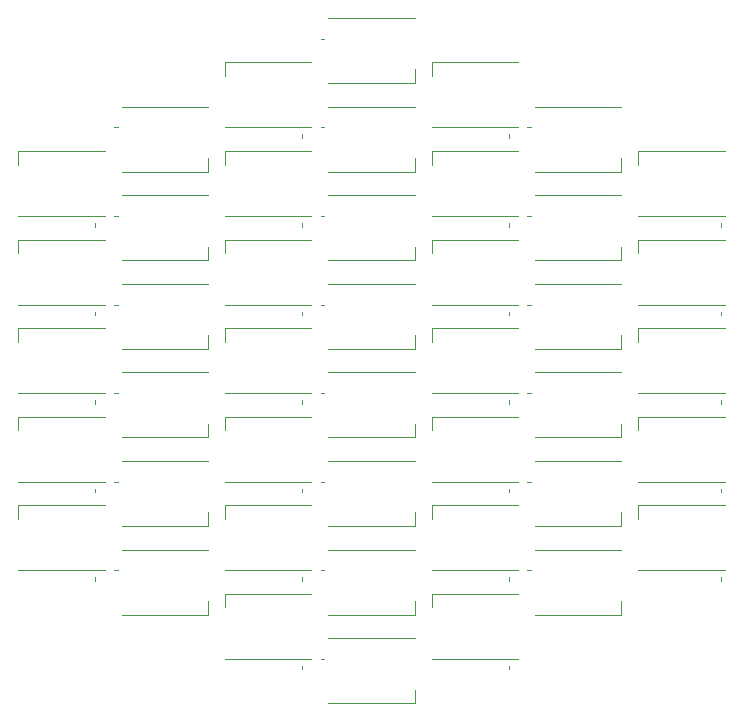
<source format=gto>
G04 #@! TF.GenerationSoftware,KiCad,Pcbnew,5.1.5+dfsg1-2build2*
G04 #@! TF.CreationDate,2021-12-29T03:31:12+01:00*
G04 #@! TF.ProjectId,hex_led_board,6865785f-6c65-4645-9f62-6f6172642e6b,rev?*
G04 #@! TF.SameCoordinates,Original*
G04 #@! TF.FileFunction,Legend,Top*
G04 #@! TF.FilePolarity,Positive*
%FSLAX46Y46*%
G04 Gerber Fmt 4.6, Leading zero omitted, Abs format (unit mm)*
G04 Created by KiCad (PCBNEW 5.1.5+dfsg1-2build2) date 2021-12-29 03:31:12*
%MOMM*%
%LPD*%
G04 APERTURE LIST*
%ADD10C,0.120000*%
G04 APERTURE END LIST*
D10*
X122600000Y-82250000D02*
X122600000Y-83400000D01*
X129900000Y-82250000D02*
X122600000Y-82250000D01*
X129900000Y-87750000D02*
X122600000Y-87750000D01*
X122600000Y-89750000D02*
X122600000Y-90900000D01*
X129900000Y-89750000D02*
X122600000Y-89750000D01*
X129900000Y-95250000D02*
X122600000Y-95250000D01*
X122600000Y-97250000D02*
X122600000Y-98400000D01*
X129900000Y-97250000D02*
X122600000Y-97250000D01*
X129900000Y-102750000D02*
X122600000Y-102750000D01*
X129600000Y-103350000D02*
X129600000Y-103650000D01*
X129600000Y-88350000D02*
X129600000Y-88650000D01*
X129600000Y-95850000D02*
X129600000Y-96150000D01*
X122600000Y-104750000D02*
X122600000Y-105900000D01*
X129900000Y-104750000D02*
X122600000Y-104750000D01*
X129900000Y-110250000D02*
X122600000Y-110250000D01*
X122600000Y-112250000D02*
X122600000Y-113400000D01*
X129900000Y-112250000D02*
X122600000Y-112250000D01*
X129900000Y-117750000D02*
X122600000Y-117750000D01*
X121150000Y-121500000D02*
X121150000Y-120350000D01*
X113850000Y-121500000D02*
X121150000Y-121500000D01*
X113850000Y-116000000D02*
X121150000Y-116000000D01*
X121150000Y-114000000D02*
X121150000Y-112850000D01*
X113850000Y-114000000D02*
X121150000Y-114000000D01*
X113850000Y-108500000D02*
X121150000Y-108500000D01*
X121150000Y-106500000D02*
X121150000Y-105350000D01*
X113850000Y-106500000D02*
X121150000Y-106500000D01*
X113850000Y-101000000D02*
X121150000Y-101000000D01*
X121150000Y-99000000D02*
X121150000Y-97850000D01*
X113850000Y-99000000D02*
X121150000Y-99000000D01*
X113850000Y-93500000D02*
X121150000Y-93500000D01*
X121150000Y-91500000D02*
X121150000Y-90350000D01*
X113850000Y-91500000D02*
X121150000Y-91500000D01*
X113850000Y-86000000D02*
X121150000Y-86000000D01*
X121150000Y-84000000D02*
X121150000Y-82850000D01*
X113850000Y-84000000D02*
X121150000Y-84000000D01*
X113850000Y-78500000D02*
X121150000Y-78500000D01*
X105100000Y-74750000D02*
X105100000Y-75900000D01*
X112400000Y-74750000D02*
X105100000Y-74750000D01*
X112400000Y-80250000D02*
X105100000Y-80250000D01*
X105100000Y-82250000D02*
X105100000Y-83400000D01*
X112400000Y-82250000D02*
X105100000Y-82250000D01*
X112400000Y-87750000D02*
X105100000Y-87750000D01*
X105100000Y-89750000D02*
X105100000Y-90900000D01*
X112400000Y-89750000D02*
X105100000Y-89750000D01*
X112400000Y-95250000D02*
X105100000Y-95250000D01*
X105100000Y-97250000D02*
X105100000Y-98400000D01*
X112400000Y-97250000D02*
X105100000Y-97250000D01*
X112400000Y-102750000D02*
X105100000Y-102750000D01*
X105100000Y-104750000D02*
X105100000Y-105900000D01*
X112400000Y-104750000D02*
X105100000Y-104750000D01*
X112400000Y-110250000D02*
X105100000Y-110250000D01*
X105100000Y-112250000D02*
X105100000Y-113400000D01*
X112400000Y-112250000D02*
X105100000Y-112250000D01*
X112400000Y-117750000D02*
X105100000Y-117750000D01*
X105100000Y-119750000D02*
X105100000Y-120900000D01*
X112400000Y-119750000D02*
X105100000Y-119750000D01*
X112400000Y-125250000D02*
X105100000Y-125250000D01*
X103650000Y-129000000D02*
X103650000Y-127850000D01*
X96350000Y-129000000D02*
X103650000Y-129000000D01*
X96350000Y-123500000D02*
X103650000Y-123500000D01*
X103650000Y-121500000D02*
X103650000Y-120350000D01*
X96350000Y-121500000D02*
X103650000Y-121500000D01*
X96350000Y-116000000D02*
X103650000Y-116000000D01*
X103650000Y-114000000D02*
X103650000Y-112850000D01*
X96350000Y-114000000D02*
X103650000Y-114000000D01*
X96350000Y-108500000D02*
X103650000Y-108500000D01*
X103650000Y-106500000D02*
X103650000Y-105350000D01*
X96350000Y-106500000D02*
X103650000Y-106500000D01*
X96350000Y-101000000D02*
X103650000Y-101000000D01*
X103650000Y-99000000D02*
X103650000Y-97850000D01*
X96350000Y-99000000D02*
X103650000Y-99000000D01*
X96350000Y-93500000D02*
X103650000Y-93500000D01*
X103650000Y-91500000D02*
X103650000Y-90350000D01*
X96350000Y-91500000D02*
X103650000Y-91500000D01*
X96350000Y-86000000D02*
X103650000Y-86000000D01*
X103650000Y-84000000D02*
X103650000Y-82850000D01*
X96350000Y-84000000D02*
X103650000Y-84000000D01*
X96350000Y-78500000D02*
X103650000Y-78500000D01*
X103650000Y-76500000D02*
X103650000Y-75350000D01*
X96350000Y-76500000D02*
X103650000Y-76500000D01*
X96350000Y-71000000D02*
X103650000Y-71000000D01*
X87600000Y-74750000D02*
X87600000Y-75900000D01*
X94900000Y-74750000D02*
X87600000Y-74750000D01*
X94900000Y-80250000D02*
X87600000Y-80250000D01*
X87600000Y-82250000D02*
X87600000Y-83400000D01*
X94900000Y-82250000D02*
X87600000Y-82250000D01*
X94900000Y-87750000D02*
X87600000Y-87750000D01*
X87600000Y-89750000D02*
X87600000Y-90900000D01*
X94900000Y-89750000D02*
X87600000Y-89750000D01*
X94900000Y-95250000D02*
X87600000Y-95250000D01*
X87600000Y-97250000D02*
X87600000Y-98400000D01*
X94900000Y-97250000D02*
X87600000Y-97250000D01*
X94900000Y-102750000D02*
X87600000Y-102750000D01*
X87600000Y-104750000D02*
X87600000Y-105900000D01*
X94900000Y-104750000D02*
X87600000Y-104750000D01*
X94900000Y-110250000D02*
X87600000Y-110250000D01*
X87600000Y-112250000D02*
X87600000Y-113400000D01*
X94900000Y-112250000D02*
X87600000Y-112250000D01*
X94900000Y-117750000D02*
X87600000Y-117750000D01*
X87600000Y-119750000D02*
X87600000Y-120900000D01*
X94900000Y-119750000D02*
X87600000Y-119750000D01*
X94900000Y-125250000D02*
X87600000Y-125250000D01*
X86150000Y-121500000D02*
X86150000Y-120350000D01*
X78850000Y-121500000D02*
X86150000Y-121500000D01*
X78850000Y-116000000D02*
X86150000Y-116000000D01*
X86150000Y-114000000D02*
X86150000Y-112850000D01*
X78850000Y-114000000D02*
X86150000Y-114000000D01*
X78850000Y-108500000D02*
X86150000Y-108500000D01*
X86150000Y-106500000D02*
X86150000Y-105350000D01*
X78850000Y-106500000D02*
X86150000Y-106500000D01*
X78850000Y-101000000D02*
X86150000Y-101000000D01*
X86150000Y-99000000D02*
X86150000Y-97850000D01*
X78850000Y-99000000D02*
X86150000Y-99000000D01*
X78850000Y-93500000D02*
X86150000Y-93500000D01*
X86150000Y-91500000D02*
X86150000Y-90350000D01*
X78850000Y-91500000D02*
X86150000Y-91500000D01*
X78850000Y-86000000D02*
X86150000Y-86000000D01*
X86150000Y-84000000D02*
X86150000Y-82850000D01*
X78850000Y-84000000D02*
X86150000Y-84000000D01*
X78850000Y-78500000D02*
X86150000Y-78500000D01*
X70100000Y-82250000D02*
X70100000Y-83400000D01*
X77400000Y-82250000D02*
X70100000Y-82250000D01*
X77400000Y-87750000D02*
X70100000Y-87750000D01*
X70100000Y-89750000D02*
X70100000Y-90900000D01*
X77400000Y-89750000D02*
X70100000Y-89750000D01*
X77400000Y-95250000D02*
X70100000Y-95250000D01*
X70100000Y-97250000D02*
X70100000Y-98400000D01*
X77400000Y-97250000D02*
X70100000Y-97250000D01*
X77400000Y-102750000D02*
X70100000Y-102750000D01*
X70100000Y-104750000D02*
X70100000Y-105900000D01*
X77400000Y-104750000D02*
X70100000Y-104750000D01*
X77400000Y-110250000D02*
X70100000Y-110250000D01*
X70100000Y-112250000D02*
X70100000Y-113400000D01*
X77400000Y-112250000D02*
X70100000Y-112250000D01*
X77400000Y-117750000D02*
X70100000Y-117750000D01*
X129600000Y-118350000D02*
X129600000Y-118650000D01*
X76600000Y-118350000D02*
X76600000Y-118650000D01*
X95700000Y-125250000D02*
X96000000Y-125250000D01*
X95700000Y-117750000D02*
X96000000Y-117750000D01*
X78200000Y-117750000D02*
X78500000Y-117750000D01*
X111600000Y-88350000D02*
X111600000Y-88650000D01*
X113200000Y-87750000D02*
X113500000Y-87750000D01*
X95700000Y-110250000D02*
X96000000Y-110250000D01*
X94100000Y-118350000D02*
X94100000Y-118650000D01*
X129600000Y-110850000D02*
X129600000Y-111150000D01*
X95700000Y-102750000D02*
X96000000Y-102750000D01*
X78200000Y-102750000D02*
X78500000Y-102750000D01*
X113200000Y-95250000D02*
X113500000Y-95250000D01*
X113200000Y-102750000D02*
X113500000Y-102750000D01*
X95700000Y-80250000D02*
X96000000Y-80250000D01*
X113200000Y-110250000D02*
X113500000Y-110250000D01*
X78200000Y-95250000D02*
X78500000Y-95250000D01*
X78200000Y-110250000D02*
X78500000Y-110250000D01*
X95700000Y-72750000D02*
X96000000Y-72750000D01*
X111600000Y-80850000D02*
X111600000Y-81150000D01*
X111600000Y-110850000D02*
X111600000Y-111150000D01*
X111600000Y-118350000D02*
X111600000Y-118650000D01*
X111600000Y-125850000D02*
X111600000Y-126150000D01*
X76600000Y-110850000D02*
X76600000Y-111150000D01*
X94100000Y-88350000D02*
X94100000Y-88650000D01*
X94100000Y-95850000D02*
X94100000Y-96150000D01*
X113200000Y-117750000D02*
X113500000Y-117750000D01*
X94100000Y-103350000D02*
X94100000Y-103650000D01*
X94100000Y-125850000D02*
X94100000Y-126150000D01*
X111600000Y-95850000D02*
X111600000Y-96150000D01*
X111600000Y-103350000D02*
X111600000Y-103650000D01*
X76600000Y-95850000D02*
X76600000Y-96150000D01*
X78200000Y-87750000D02*
X78500000Y-87750000D01*
X76600000Y-88350000D02*
X76600000Y-88650000D01*
X94100000Y-110850000D02*
X94100000Y-111150000D01*
X95700000Y-87750000D02*
X96000000Y-87750000D01*
X113200000Y-80250000D02*
X113500000Y-80250000D01*
X94100000Y-80850000D02*
X94100000Y-81150000D01*
X76600000Y-103350000D02*
X76600000Y-103650000D01*
X78200000Y-80250000D02*
X78500000Y-80250000D01*
X95700000Y-95250000D02*
X96000000Y-95250000D01*
M02*

</source>
